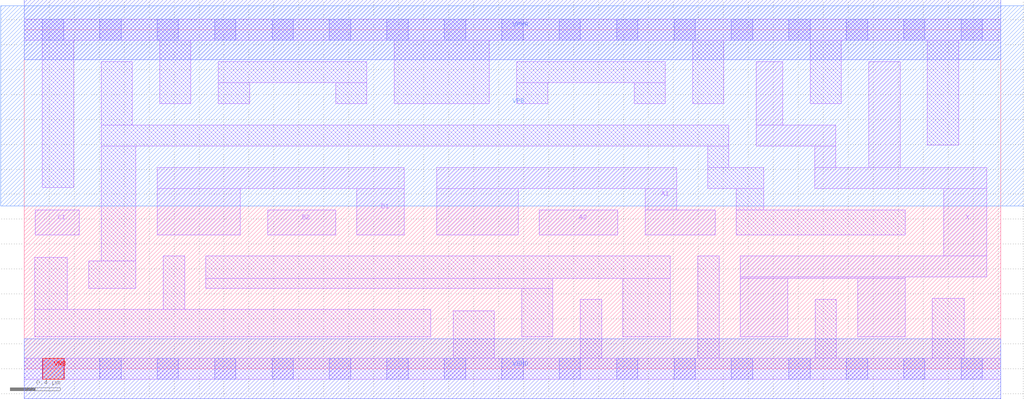
<source format=lef>
# Copyright 2020 The SkyWater PDK Authors
#
# Licensed under the Apache License, Version 2.0 (the "License");
# you may not use this file except in compliance with the License.
# You may obtain a copy of the License at
#
#     https://www.apache.org/licenses/LICENSE-2.0
#
# Unless required by applicable law or agreed to in writing, software
# distributed under the License is distributed on an "AS IS" BASIS,
# WITHOUT WARRANTIES OR CONDITIONS OF ANY KIND, either express or implied.
# See the License for the specific language governing permissions and
# limitations under the License.
#
# SPDX-License-Identifier: Apache-2.0

VERSION 5.7 ;
  NOWIREEXTENSIONATPIN ON ;
  DIVIDERCHAR "/" ;
  BUSBITCHARS "[]" ;
PROPERTYDEFINITIONS
  MACRO maskLayoutSubType STRING ;
  MACRO prCellType STRING ;
  MACRO originalViewName STRING ;
END PROPERTYDEFINITIONS
MACRO sky130_fd_sc_hdll__o221a_4
  CLASS CORE ;
  FOREIGN sky130_fd_sc_hdll__o221a_4 ;
  ORIGIN  0.000000  0.000000 ;
  SIZE  7.820000 BY  2.720000 ;
  SYMMETRY X Y R90 ;
  SITE unithd ;
  PIN A1
    ANTENNAGATEAREA  0.555000 ;
    DIRECTION INPUT ;
    USE SIGNAL ;
    PORT
      LAYER li1 ;
        RECT 3.305000 1.075000 3.955000 1.445000 ;
        RECT 3.305000 1.445000 5.225000 1.615000 ;
        RECT 4.975000 1.075000 5.535000 1.275000 ;
        RECT 4.975000 1.275000 5.225000 1.445000 ;
    END
  END A1
  PIN A2
    ANTENNAGATEAREA  0.555000 ;
    DIRECTION INPUT ;
    USE SIGNAL ;
    PORT
      LAYER li1 ;
        RECT 4.125000 1.075000 4.755000 1.275000 ;
    END
  END A2
  PIN B1
    ANTENNAGATEAREA  0.555000 ;
    DIRECTION INPUT ;
    USE SIGNAL ;
    PORT
      LAYER li1 ;
        RECT 1.065000 1.075000 1.730000 1.445000 ;
        RECT 1.065000 1.445000 3.045000 1.615000 ;
        RECT 2.665000 1.075000 3.045000 1.445000 ;
    END
  END B1
  PIN B2
    ANTENNAGATEAREA  0.555000 ;
    DIRECTION INPUT ;
    USE SIGNAL ;
    PORT
      LAYER li1 ;
        RECT 1.950000 1.075000 2.495000 1.275000 ;
    END
  END B2
  PIN C1
    ANTENNAGATEAREA  0.555000 ;
    DIRECTION INPUT ;
    USE SIGNAL ;
    PORT
      LAYER li1 ;
        RECT 0.090000 1.075000 0.440000 1.275000 ;
    END
  END C1
  PIN VGND
    ANTENNADIFFAREA  0.994500 ;
    DIRECTION INOUT ;
    USE SIGNAL ;
    PORT
      LAYER met1 ;
        RECT 0.000000 -0.240000 7.820000 0.240000 ;
    END
  END VGND
  PIN VNB
    PORT
      LAYER pwell ;
        RECT 0.150000 -0.085000 0.320000 0.085000 ;
    END
  END VNB
  PIN VPB
    PORT
      LAYER nwell ;
        RECT -0.190000 1.305000 8.010000 2.910000 ;
    END
  END VPB
  PIN VPWR
    ANTENNADIFFAREA  2.220000 ;
    DIRECTION INOUT ;
    USE SIGNAL ;
    PORT
      LAYER met1 ;
        RECT 0.000000 2.480000 7.820000 2.960000 ;
    END
  END VPWR
  PIN X
    ANTENNADIFFAREA  1.028500 ;
    DIRECTION OUTPUT ;
    USE SIGNAL ;
    PORT
      LAYER li1 ;
        RECT 5.735000 0.255000 6.115000 0.725000 ;
        RECT 5.735000 0.725000 7.055000 0.735000 ;
        RECT 5.735000 0.735000 7.710000 0.905000 ;
        RECT 5.865000 1.785000 6.500000 1.955000 ;
        RECT 5.865000 1.955000 6.075000 2.465000 ;
        RECT 6.330000 1.445000 7.710000 1.615000 ;
        RECT 6.330000 1.615000 6.500000 1.785000 ;
        RECT 6.675000 0.255000 7.055000 0.725000 ;
        RECT 6.765000 1.615000 7.015000 2.465000 ;
        RECT 7.365000 0.905000 7.710000 1.445000 ;
    END
  END X
  OBS
    LAYER li1 ;
      RECT 0.000000 -0.085000 7.820000 0.085000 ;
      RECT 0.000000  2.635000 7.820000 2.805000 ;
      RECT 0.085000  0.255000 3.255000 0.475000 ;
      RECT 0.085000  0.475000 0.345000 0.895000 ;
      RECT 0.145000  1.455000 0.395000 2.635000 ;
      RECT 0.515000  0.645000 0.895000 0.865000 ;
      RECT 0.615000  0.865000 0.895000 1.785000 ;
      RECT 0.615000  1.785000 5.645000 1.955000 ;
      RECT 0.615000  1.955000 0.865000 2.465000 ;
      RECT 1.085000  2.125000 1.335000 2.635000 ;
      RECT 1.115000  0.475000 1.285000 0.905000 ;
      RECT 1.455000  0.645000 4.235000 0.725000 ;
      RECT 1.455000  0.725000 5.175000 0.905000 ;
      RECT 1.555000  2.125000 1.805000 2.295000 ;
      RECT 1.555000  2.295000 2.745000 2.465000 ;
      RECT 2.495000  2.125000 2.745000 2.295000 ;
      RECT 2.965000  2.125000 3.725000 2.635000 ;
      RECT 3.435000  0.085000 3.765000 0.465000 ;
      RECT 3.945000  2.125000 4.195000 2.295000 ;
      RECT 3.945000  2.295000 5.135000 2.465000 ;
      RECT 3.985000  0.255000 4.235000 0.645000 ;
      RECT 4.455000  0.085000 4.625000 0.555000 ;
      RECT 4.795000  0.255000 5.175000 0.725000 ;
      RECT 4.885000  2.125000 5.135000 2.295000 ;
      RECT 5.355000  2.125000 5.605000 2.635000 ;
      RECT 5.395000  0.085000 5.565000 0.905000 ;
      RECT 5.475000  1.445000 5.925000 1.615000 ;
      RECT 5.475000  1.615000 5.645000 1.785000 ;
      RECT 5.705000  1.075000 7.055000 1.275000 ;
      RECT 5.705000  1.275000 5.925000 1.445000 ;
      RECT 6.295000  2.125000 6.545000 2.635000 ;
      RECT 6.335000  0.085000 6.505000 0.555000 ;
      RECT 7.235000  1.795000 7.485000 2.635000 ;
      RECT 7.275000  0.085000 7.530000 0.565000 ;
    LAYER mcon ;
      RECT 0.145000 -0.085000 0.315000 0.085000 ;
      RECT 0.145000  2.635000 0.315000 2.805000 ;
      RECT 0.605000 -0.085000 0.775000 0.085000 ;
      RECT 0.605000  2.635000 0.775000 2.805000 ;
      RECT 1.065000 -0.085000 1.235000 0.085000 ;
      RECT 1.065000  2.635000 1.235000 2.805000 ;
      RECT 1.525000 -0.085000 1.695000 0.085000 ;
      RECT 1.525000  2.635000 1.695000 2.805000 ;
      RECT 1.985000 -0.085000 2.155000 0.085000 ;
      RECT 1.985000  2.635000 2.155000 2.805000 ;
      RECT 2.445000 -0.085000 2.615000 0.085000 ;
      RECT 2.445000  2.635000 2.615000 2.805000 ;
      RECT 2.905000 -0.085000 3.075000 0.085000 ;
      RECT 2.905000  2.635000 3.075000 2.805000 ;
      RECT 3.365000 -0.085000 3.535000 0.085000 ;
      RECT 3.365000  2.635000 3.535000 2.805000 ;
      RECT 3.825000 -0.085000 3.995000 0.085000 ;
      RECT 3.825000  2.635000 3.995000 2.805000 ;
      RECT 4.285000 -0.085000 4.455000 0.085000 ;
      RECT 4.285000  2.635000 4.455000 2.805000 ;
      RECT 4.745000 -0.085000 4.915000 0.085000 ;
      RECT 4.745000  2.635000 4.915000 2.805000 ;
      RECT 5.205000 -0.085000 5.375000 0.085000 ;
      RECT 5.205000  2.635000 5.375000 2.805000 ;
      RECT 5.665000 -0.085000 5.835000 0.085000 ;
      RECT 5.665000  2.635000 5.835000 2.805000 ;
      RECT 6.125000 -0.085000 6.295000 0.085000 ;
      RECT 6.125000  2.635000 6.295000 2.805000 ;
      RECT 6.585000 -0.085000 6.755000 0.085000 ;
      RECT 6.585000  2.635000 6.755000 2.805000 ;
      RECT 7.045000 -0.085000 7.215000 0.085000 ;
      RECT 7.045000  2.635000 7.215000 2.805000 ;
      RECT 7.505000 -0.085000 7.675000 0.085000 ;
      RECT 7.505000  2.635000 7.675000 2.805000 ;
  END
  PROPERTY maskLayoutSubType "abstract" ;
  PROPERTY prCellType "standard" ;
  PROPERTY originalViewName "layout" ;
END sky130_fd_sc_hdll__o221a_4
END LIBRARY

</source>
